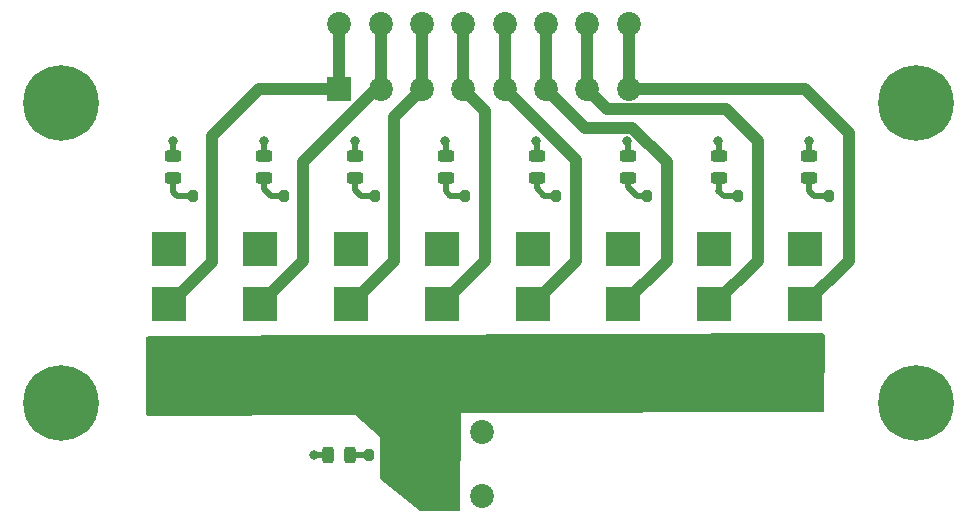
<source format=gtl>
G04 #@! TF.GenerationSoftware,KiCad,Pcbnew,7.0.7*
G04 #@! TF.CreationDate,2023-09-05T00:15:25-07:00*
G04 #@! TF.ProjectId,Power Supply Board Ground Systems V1.1,506f7765-7220-4537-9570-706c7920426f,rev?*
G04 #@! TF.SameCoordinates,Original*
G04 #@! TF.FileFunction,Copper,L1,Top*
G04 #@! TF.FilePolarity,Positive*
%FSLAX46Y46*%
G04 Gerber Fmt 4.6, Leading zero omitted, Abs format (unit mm)*
G04 Created by KiCad (PCBNEW 7.0.7) date 2023-09-05 00:15:25*
%MOMM*%
%LPD*%
G01*
G04 APERTURE LIST*
G04 Aperture macros list*
%AMRoundRect*
0 Rectangle with rounded corners*
0 $1 Rounding radius*
0 $2 $3 $4 $5 $6 $7 $8 $9 X,Y pos of 4 corners*
0 Add a 4 corners polygon primitive as box body*
4,1,4,$2,$3,$4,$5,$6,$7,$8,$9,$2,$3,0*
0 Add four circle primitives for the rounded corners*
1,1,$1+$1,$2,$3*
1,1,$1+$1,$4,$5*
1,1,$1+$1,$6,$7*
1,1,$1+$1,$8,$9*
0 Add four rect primitives between the rounded corners*
20,1,$1+$1,$2,$3,$4,$5,0*
20,1,$1+$1,$4,$5,$6,$7,0*
20,1,$1+$1,$6,$7,$8,$9,0*
20,1,$1+$1,$8,$9,$2,$3,0*%
G04 Aperture macros list end*
G04 #@! TA.AperFunction,ComponentPad*
%ADD10R,3.000000X3.000000*%
G04 #@! TD*
G04 #@! TA.AperFunction,SMDPad,CuDef*
%ADD11RoundRect,0.243750X-0.456250X0.243750X-0.456250X-0.243750X0.456250X-0.243750X0.456250X0.243750X0*%
G04 #@! TD*
G04 #@! TA.AperFunction,SMDPad,CuDef*
%ADD12RoundRect,0.200000X-0.200000X-0.275000X0.200000X-0.275000X0.200000X0.275000X-0.200000X0.275000X0*%
G04 #@! TD*
G04 #@! TA.AperFunction,ComponentPad*
%ADD13C,3.600000*%
G04 #@! TD*
G04 #@! TA.AperFunction,ConnectorPad*
%ADD14C,6.400000*%
G04 #@! TD*
G04 #@! TA.AperFunction,SMDPad,CuDef*
%ADD15RoundRect,0.243750X-0.243750X-0.456250X0.243750X-0.456250X0.243750X0.456250X-0.243750X0.456250X0*%
G04 #@! TD*
G04 #@! TA.AperFunction,ComponentPad*
%ADD16R,2.025000X2.025000*%
G04 #@! TD*
G04 #@! TA.AperFunction,ComponentPad*
%ADD17C,2.025000*%
G04 #@! TD*
G04 #@! TA.AperFunction,ViaPad*
%ADD18C,0.800000*%
G04 #@! TD*
G04 #@! TA.AperFunction,Conductor*
%ADD19C,1.000000*%
G04 #@! TD*
G04 #@! TA.AperFunction,Conductor*
%ADD20C,0.500000*%
G04 #@! TD*
G04 #@! TA.AperFunction,Conductor*
%ADD21C,0.250000*%
G04 #@! TD*
G04 APERTURE END LIST*
D10*
X47330916Y-47289800D03*
X47330916Y-51989800D03*
X47330916Y-56689800D03*
X78086684Y-47289800D03*
X78086684Y-51989800D03*
X78086684Y-56689800D03*
D11*
X63066513Y-39398500D03*
X63066513Y-41273500D03*
D12*
X95501000Y-42799800D03*
X97151000Y-42799800D03*
D10*
X55019858Y-47289800D03*
X55019858Y-51989800D03*
X55019858Y-56689800D03*
D11*
X86144226Y-39398500D03*
X86144226Y-41273500D03*
D10*
X39641974Y-47289800D03*
X39641974Y-51989800D03*
X39641974Y-56689800D03*
D12*
X80108600Y-42799800D03*
X81758600Y-42799800D03*
X64716200Y-42799800D03*
X66366200Y-42799800D03*
X49323800Y-42799800D03*
X50973800Y-42799800D03*
D11*
X47681371Y-39398500D03*
X47681371Y-41273500D03*
D12*
X57020000Y-42799800D03*
X58670000Y-42799800D03*
D13*
X102870000Y-60325000D03*
D14*
X102870000Y-60325000D03*
D12*
X87804800Y-42799800D03*
X89454800Y-42799800D03*
X41627600Y-42799800D03*
X43277600Y-42799800D03*
D13*
X30480000Y-60325000D03*
D14*
X30480000Y-60325000D03*
D15*
X53092501Y-64720001D03*
X54967501Y-64720001D03*
D11*
X78451655Y-39398500D03*
X78451655Y-41273500D03*
D16*
X62590000Y-68260000D03*
D17*
X62590000Y-62760000D03*
X66090000Y-68260000D03*
X66090000Y-62760000D03*
D10*
X93464574Y-47289800D03*
X93464574Y-51989800D03*
X93464574Y-56689800D03*
D12*
X72412400Y-42799800D03*
X74062400Y-42799800D03*
D11*
X39988800Y-39398500D03*
X39988800Y-41273500D03*
D12*
X56575000Y-64710000D03*
X58225000Y-64710000D03*
D11*
X93836800Y-39398500D03*
X93836800Y-41273500D03*
D13*
X102870000Y-34925000D03*
D14*
X102870000Y-34925000D03*
D10*
X85775626Y-47289800D03*
X85775626Y-51989800D03*
X85775626Y-56689800D03*
X70397742Y-47289800D03*
X70397742Y-51989800D03*
X70397742Y-56689800D03*
D16*
X54025800Y-33756600D03*
D17*
X54025800Y-28256600D03*
X57525800Y-33756600D03*
X57525800Y-28256600D03*
X61025800Y-33756600D03*
X61025800Y-28256600D03*
X64525800Y-33756600D03*
X64525800Y-28256600D03*
X68025800Y-33756600D03*
X68025800Y-28256600D03*
X71525800Y-33756600D03*
X71525800Y-28256600D03*
X75025800Y-33756600D03*
X75025800Y-28256600D03*
X78525800Y-33756600D03*
X78525800Y-28256600D03*
D11*
X55373942Y-39398500D03*
X55373942Y-41273500D03*
D10*
X62708800Y-47289800D03*
X62708800Y-51989800D03*
X62708800Y-56689800D03*
D11*
X70759084Y-39398500D03*
X70759084Y-41273500D03*
D13*
X30480000Y-34925000D03*
D14*
X30480000Y-34925000D03*
D18*
X47659600Y-38177000D03*
X51867503Y-64720000D03*
X78419000Y-38177000D03*
X55355800Y-38177000D03*
X86140600Y-38177000D03*
X63026600Y-38177000D03*
X70722800Y-38177000D03*
X39963400Y-38177000D03*
X93836800Y-38177000D03*
D19*
X89454800Y-38146800D02*
X89454800Y-42799800D01*
X86777100Y-35469100D02*
X89454800Y-38146800D01*
X76738300Y-35469100D02*
X86777100Y-35469100D01*
X75025800Y-33756600D02*
X76738300Y-35469100D01*
X93446600Y-33756600D02*
X97151000Y-37461000D01*
X78525800Y-33756600D02*
X93446600Y-33756600D01*
X97151000Y-37461000D02*
X97151000Y-42799800D01*
X81758600Y-39960965D02*
X81758600Y-42799800D01*
X74827800Y-37058600D02*
X78856235Y-37058600D01*
X78856235Y-37058600D02*
X81758600Y-39960965D01*
X71525800Y-33756600D02*
X74827800Y-37058600D01*
X68025800Y-33756600D02*
X74062400Y-39793200D01*
X74062400Y-39793200D02*
X74062400Y-42799800D01*
X64525800Y-33756600D02*
X66366200Y-35597000D01*
X66366200Y-35597000D02*
X66366200Y-42799800D01*
X58670000Y-36112400D02*
X61025800Y-33756600D01*
X58670000Y-42799800D02*
X58670000Y-36112400D01*
X50973800Y-39907400D02*
X57124600Y-33756600D01*
X50973800Y-42799800D02*
X50973800Y-39907400D01*
X57124600Y-33756600D02*
X57525800Y-33756600D01*
X43277600Y-37748400D02*
X43277600Y-42799800D01*
X47269400Y-33756600D02*
X43277600Y-37748400D01*
X54025800Y-33756600D02*
X47269400Y-33756600D01*
X43277600Y-48391000D02*
X39678800Y-51989800D01*
X54025800Y-33756600D02*
X54025800Y-28256600D01*
X43277600Y-42799800D02*
X43277600Y-48391000D01*
X39680000Y-51610000D02*
X39643174Y-51610000D01*
D20*
X54977502Y-64710000D02*
X54967501Y-64720001D01*
X56575000Y-64710000D02*
X54977502Y-64710000D01*
D19*
X57525800Y-33756600D02*
X57525800Y-28256600D01*
X50973800Y-42799800D02*
X50973800Y-48346916D01*
X50973800Y-48346916D02*
X47330916Y-51989800D01*
X48040000Y-52010000D02*
X47340000Y-52010000D01*
D20*
X39988800Y-41273500D02*
X39988800Y-42520400D01*
X40268200Y-42799800D02*
X41627600Y-42799800D01*
X39988800Y-42520400D02*
X40268200Y-42799800D01*
D19*
X61025800Y-33756600D02*
X61025800Y-28256600D01*
X58670000Y-47218600D02*
X58668800Y-47219800D01*
X58668800Y-48340858D02*
X55019858Y-51989800D01*
X58668800Y-47219800D02*
X58668800Y-48340858D01*
X58670000Y-42799800D02*
X58670000Y-47218600D01*
D20*
X47681371Y-42262771D02*
X48218400Y-42799800D01*
X47681371Y-41273500D02*
X47681371Y-42262771D01*
X48218400Y-42799800D02*
X49323800Y-42799800D01*
D19*
X66366200Y-48332400D02*
X62708800Y-51989800D01*
X64525800Y-33756600D02*
X64525800Y-28256600D01*
X66366200Y-42799800D02*
X66366200Y-48332400D01*
D20*
X55373942Y-42309942D02*
X55863800Y-42799800D01*
X55863800Y-42799800D02*
X57020000Y-42799800D01*
X55373942Y-41273500D02*
X55373942Y-42309942D01*
X78451655Y-38209655D02*
X78451655Y-39398500D01*
X63066513Y-38216913D02*
X63066513Y-39398500D01*
X70722800Y-38177000D02*
X70759084Y-38213284D01*
X55373942Y-38195142D02*
X55373942Y-39398500D01*
X39988800Y-38202400D02*
X39988800Y-39398500D01*
X93836800Y-38177000D02*
X93836800Y-39398500D01*
X39963400Y-38177000D02*
X39988800Y-38202400D01*
X86144226Y-38180626D02*
X86144226Y-39398500D01*
X86140600Y-38177000D02*
X86144226Y-38180626D01*
X47659600Y-38177000D02*
X47681371Y-38198771D01*
X53092501Y-64720001D02*
X51867503Y-64720000D01*
X47681371Y-38198771D02*
X47681371Y-39398500D01*
X55355800Y-38177000D02*
X55373942Y-38195142D01*
X78419000Y-38177000D02*
X78451655Y-38209655D01*
X70759084Y-38213284D02*
X70759084Y-39398500D01*
X63026600Y-38177000D02*
X63066513Y-38216913D01*
X63066513Y-41273500D02*
X63066513Y-42433313D01*
X63433000Y-42799800D02*
X64716200Y-42799800D01*
X63066513Y-42433313D02*
X63433000Y-42799800D01*
X70759084Y-42175684D02*
X71383200Y-42799800D01*
X71383200Y-42799800D02*
X72412400Y-42799800D01*
X70759084Y-41273500D02*
X70759084Y-42175684D01*
X78451655Y-42045055D02*
X79206400Y-42799800D01*
X78451655Y-41273500D02*
X78451655Y-42045055D01*
X79206400Y-42799800D02*
X80108600Y-42799800D01*
X86572400Y-42799800D02*
X87804800Y-42799800D01*
X86140600Y-42368000D02*
X86572400Y-42799800D01*
X86144226Y-41273500D02*
X86144226Y-42364374D01*
X86144226Y-42364374D02*
X86140600Y-42368000D01*
X94268600Y-42799800D02*
X95501000Y-42799800D01*
X93836800Y-42368000D02*
X94268600Y-42799800D01*
X93836800Y-41273500D02*
X93836800Y-42368000D01*
D19*
X97151000Y-42799800D02*
X97151000Y-48303374D01*
X97151000Y-48303374D02*
X93464574Y-51989800D01*
X78525800Y-33756600D02*
X78525800Y-28256600D01*
D21*
X74985400Y-34349800D02*
X75115400Y-34479800D01*
D19*
X75025800Y-33756600D02*
X75025800Y-28256600D01*
X89454800Y-48310626D02*
X85775626Y-51989800D01*
X89454800Y-42799800D02*
X89454800Y-48310626D01*
X71525800Y-33756600D02*
X71525800Y-28256600D01*
X81758600Y-42799800D02*
X81758600Y-48317884D01*
X81758600Y-48317884D02*
X78086684Y-51989800D01*
X68025800Y-33756600D02*
X68025800Y-28256600D01*
X74062400Y-48325142D02*
X70397742Y-51989800D01*
X74062400Y-42799800D02*
X74062400Y-48325142D01*
G04 #@! TA.AperFunction,Conductor*
G36*
X95061428Y-54470267D02*
G01*
X95108163Y-54523711D01*
X95119788Y-54576782D01*
X95109093Y-60992419D01*
X95088977Y-61060506D01*
X95035244Y-61106910D01*
X94983388Y-61118209D01*
X64340000Y-61190000D01*
X64280910Y-69403398D01*
X64260418Y-69471374D01*
X64206429Y-69517479D01*
X64153404Y-69528483D01*
X60983399Y-69490519D01*
X60915523Y-69469703D01*
X60906127Y-69462862D01*
X57517043Y-66747688D01*
X57476386Y-66689486D01*
X57469825Y-66649719D01*
X57465536Y-65170024D01*
X57471241Y-65132172D01*
X57477013Y-65113649D01*
X57483500Y-65042265D01*
X57483499Y-64377736D01*
X57477013Y-64306351D01*
X57468549Y-64279189D01*
X57462846Y-64242082D01*
X57460000Y-63260000D01*
X55340000Y-61376503D01*
X55339999Y-61376502D01*
X37836640Y-61435411D01*
X37768452Y-61415639D01*
X37721779Y-61362140D01*
X37710217Y-61309802D01*
X37690385Y-54835813D01*
X37710178Y-54767633D01*
X37763691Y-54720976D01*
X37815812Y-54709430D01*
X94993221Y-54450573D01*
X95061428Y-54470267D01*
G37*
G04 #@! TD.AperFunction*
M02*

</source>
